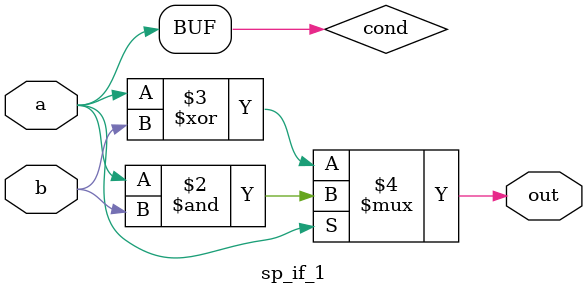
<source format=v>
module sp_if_1(a, b, out);
  input a;
  input b;
  output out;

  wire cond = a == 1'b1;
  assign out = cond ? a & b : a ^ b;

endmodule

</source>
